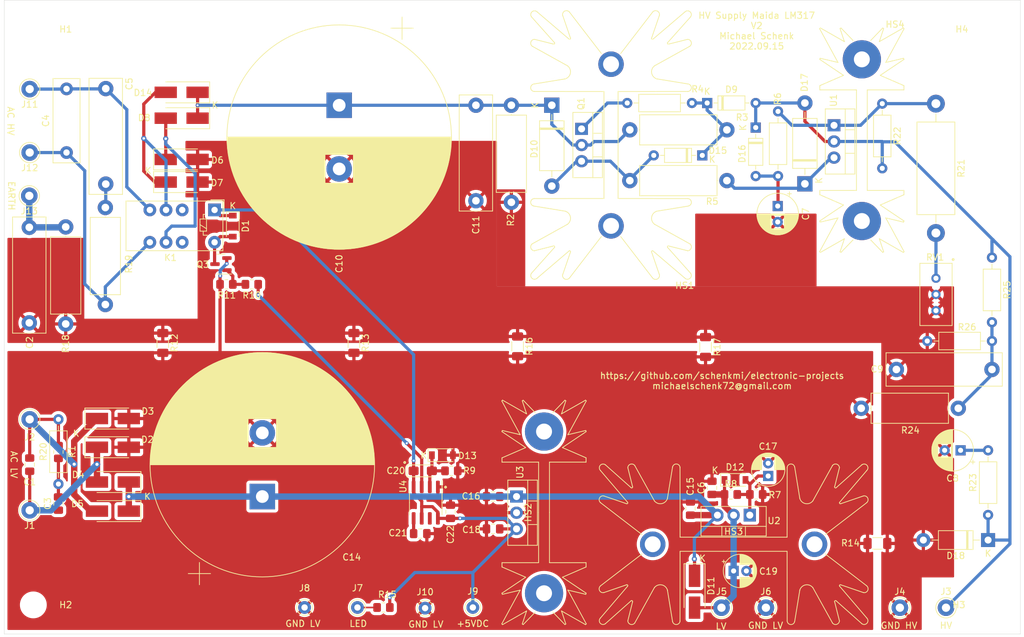
<source format=kicad_pcb>
(kicad_pcb (version 20211014) (generator pcbnew)
  (layers (0 "F.Cu" signal) (31 "B.Cu" signal) (34 "B.Paste" user) (35 "F.Paste" user) (36 "B.SilkS" user "B.Silkscreen") (37 "F.SilkS" user "F.Silkscreen") (38 "B.Mask" user) (39 "F.Mask" user) (44 "Edge.Cuts" user))
  (net 0 "")
  (net 1 "Net-(C1-Pad2)")
  (net 2 "GND_HV")
  (net 3 "Net-(C2-Pad1)")
  (net 4 "Net-(C3-Pad2)")
  (net 5 "Net-(C7-Pad1)")
  (net 6 "Net-(C10-Pad1)")
  (net 7 "GND_LV")
  (net 8 "Net-(C4-Pad1)")
  (net 9 "Net-(C14-Pad1)")
  (net 10 "Net-(C17-Pad1)")
  (net 11 "Net-(C19-Pad1)")
  (net 12 "Net-(C20-Pad2)")
  (net 13 "Net-(D14-Pad2)")
  (net 14 "Net-(Q3-Pad1)")
  (net 15 "Net-(R10-Pad2)")
  (net 16 "Net-(J7-Pad1)")
  (net 17 "Net-(C21-Pad1)")
  (net 19 "Net-(C1-Pad1)")
  (net 20 "Net-(C4-Pad2)")
  (net 21 "Net-(C5-Pad1)")
  (net 22 "+5VDC")
  (net 23 "RELCTRL")
  (net 24 "Net-(D6-Pad1)")
  (net 26 "Net-(C8-Pad1)")
  (net 27 "Net-(C9-Pad2)")
  (net 28 "Net-(D16-Pad1)")
  (net 29 "Net-(D15-Pad1)")
  (net 30 "Net-(D10-Pad2)")
  (net 31 "Net-(D17-Pad1)")
  (net 33 "Net-(Q1-Pad1)")
  (net 34 "Net-(R21-Pad1)")
  (net 35 "Net-(R21-Pad2)")
  (footprint "Capacitor_THT:CP_Radial_D35.0mm_P10.00mm_SnapIn" (layer "F.Cu") (at 102.87 69.342 -90)
    (fp_text reference "C10")
    (fp_text value "680uF/450VDC")
  )
  (footprint "Capacitor_THT:C_Rect_L18.0mm_W5.0mm_P15.00mm_FKS3_FKP3" (layer "F.Cu") (at 124.333 69.342 -90)
    (fp_text reference "C11")
    (fp_text value "100nF/630V")
  )
  (footprint "MountingHole:MountingHole_3.2mm_M3" (layer "F.Cu") (at 54.864 57.404)
    (fp_text reference "H1")
    (fp_text value "MountingHole")
  )
  (footprint "MountingHole:MountingHole_3.2mm_M3" (layer "F.Cu") (at 54.864 147.828)
    (fp_text reference "H2")
    (fp_text value "MountingHole")
  )
  (footprint "MountingHole:MountingHole_3.2mm_M3" (layer "F.Cu") (at 205.232 147.828)
    (fp_text reference "H3")
    (fp_text value "MountingHole")
  )
  (footprint "Connector_Pin:Pin_D1.3mm_L11.0mm" (layer "F.Cu") (at 198.12 148.2725)
    (fp_text reference "J3")
    (fp_text value "HV")
  )
  (footprint "Capacitor_THT:CP_Radial_D5.0mm_P2.00mm" (layer "F.Cu") (at 164.7825 142.494)
    (fp_text reference "C19")
    (fp_text value "1uF/25V")
  )
  (footprint "Capacitor_Tantalum_SMD:CP_EIA-3216-12_Kemet-S_Pad1.58x1.35mm_HandSolder" (layer "F.Cu") (at 115.9867 126.7714)
    (fp_text reference "C20")
    (fp_text value "15uF/10V")
  )
  (footprint "Diode_SMD:D_SOD-123" (layer "F.Cu") (at 119.0752 124.3076)
    (fp_text reference "D13")
    (fp_text value "1N4148W")
  )
  (footprint "Heatsink:Heatsink_Fischer_SK129-STS_42x25mm_2xDrill2.5mm" (layer "F.Cu") (at 164.7825 138.303)
    (fp_text reference "HS3")
    (fp_text value "Heatsink")
  )
  (footprint "Connector_Pin:Pin_D1.3mm_L11.0mm" (layer "F.Cu") (at 162.8775 148.2725)
    (fp_text reference "J5")
    (fp_text value "LV")
  )
  (footprint "Connector_Pin:Pin_D1.3mm_L11.0mm" (layer "F.Cu") (at 169.8498 148.2725)
    (fp_text reference "J6")
    (fp_text value "GND_LV")
  )
  (footprint "Package_TO_SOT_SMD:SOT-23" (layer "F.Cu") (at 84.312 94.2975 180)
    (fp_text reference "Q3")
    (fp_text value "MMBT3904")
  )
  (footprint "Resistor_SMD:R_0805_2012Metric_Pad1.20x1.40mm_HandSolder" (layer "F.Cu") (at 120.4816 126.7714)
    (fp_text reference "R9")
    (fp_text value "1Meg")
  )
  (footprint "Resistor_SMD:R_0805_2012Metric_Pad1.20x1.40mm_HandSolder" (layer "F.Cu") (at 89.154 97.4725)
    (fp_text reference "R10")
    (fp_text value "2.49k")
  )
  (footprint "Resistor_SMD:R_0805_2012Metric_Pad1.20x1.40mm_HandSolder" (layer "F.Cu") (at 85.1695 97.4725 180)
    (fp_text reference "R11")
    (fp_text value "2.49k")
  )
  (footprint "Resistor_SMD:R_1206_3216Metric_Pad1.30x1.75mm_HandSolder" (layer "F.Cu") (at 75.184 106.68 -90)
    (fp_text reference "R12")
    (fp_text value "0R")
  )
  (footprint "Resistor_SMD:R_1206_3216Metric_Pad1.30x1.75mm_HandSolder" (layer "F.Cu") (at 105.1814 106.6794 -90)
    (fp_text reference "R13")
    (fp_text value "0R")
  )
  (footprint "Resistor_SMD:R_1206_3216Metric_Pad1.30x1.75mm_HandSolder" (layer "F.Cu") (at 187.351 138.176 180)
    (fp_text reference "R14")
    (fp_text value "0R")
  )
  (footprint "Package_TO_SOT_THT:TO-220-3_Vertical" (layer "F.Cu") (at 130.7084 130.81 -90)
    (fp_text reference "U3")
    (fp_text value "LM7805_TO220")
  )
  (footprint "Package_SO:SOIC-8_3.9x4.9mm_P1.27mm" (layer "F.Cu") (at 116.459 131.764 -90)
    (fp_text reference "U4")
    (fp_text value "TLC555xD")
  )
  (footprint "Resistor_SMD:R_1206_3216Metric_Pad1.30x1.75mm_HandSolder" (layer "F.Cu") (at 130.8735 107.214 -90)
    (fp_text reference "R16")
    (fp_text value "0R")
  )
  (footprint "Resistor_SMD:R_1206_3216Metric_Pad1.30x1.75mm_HandSolder" (layer "F.Cu") (at 160.3756 107.3156 -90)
    (fp_text reference "R17")
    (fp_text value "0R")
  )
  (footprint "Connector_Pin:Pin_D1.3mm_L11.0mm" (layer "F.Cu") (at 190.881 148.2725)
    (fp_text reference "J4")
    (fp_text value "GND_HV")
  )
  (footprint "Connector_Pin:Pin_D1.0mm_L10.0mm" (layer "F.Cu") (at 105.7402 148.2344)
    (fp_text reference "J7")
    (fp_text value "LED")
  )
  (footprint "Connector_Pin:Pin_D1.0mm_L10.0mm" (layer "F.Cu") (at 97.4344 148.2344)
    (fp_text reference "J8")
    (fp_text value "GND_LV")
  )
  (footprint "Connector_Pin:Pin_D1.0mm_L10.0mm" (layer "F.Cu") (at 123.8504 148.2344)
    (fp_text reference "J9")
    (fp_text value "+5V")
  )
  (footprint "Connector_Pin:Pin_D1.0mm_L10.0mm" (layer "F.Cu") (at 116.3574 148.336)
    (fp_text reference "J10")
    (fp_text value "GND_LV")
  )
  (footprint "Resistor_SMD:R_0805_2012Metric_Pad1.20x1.40mm_HandSolder" (layer "F.Cu") (at 109.8202 148.2344)
    (fp_text reference "R15")
    (fp_text value "330R")
  )
  (footprint "Capacitor_SMD:C_0805_2012Metric_Pad1.18x1.45mm_HandSolder" (layer "F.Cu") (at 127.0293 130.81 180)
    (fp_text reference "C16")
    (fp_text value "330nF/50V")
  )
  (footprint "Capacitor_SMD:C_0805_2012Metric_Pad1.18x1.45mm_HandSolder" (layer "F.Cu") (at 127.0293 135.89 180)
    (fp_text reference "C18")
    (fp_text value "100nF/50V")
  )
  (footprint "Capacitor_SMD:C_0805_2012Metric_Pad1.18x1.45mm_HandSolder" (layer "F.Cu") (at 115.5915 136.6266)
    (fp_text reference "C21")
    (fp_text value "100nF/50V")
  )
  (footprint "Capacitor_SMD:C_0805_2012Metric_Pad1.18x1.45mm_HandSolder" (layer "F.Cu") (at 120.3452 133.2015 90)
    (fp_text reference "C22")
    (fp_text value "100nF/50V")
  )
  (footprint "MountingHole:MountingHole_3.2mm_M3" (layer "F.Cu") (at 205.232 57.404)
    (fp_text reference "H4")
    (fp_text value "MountingHole")
  )
  (footprint "Capacitor_THT:CP_Radial_D5.0mm_P2.00mm" (layer "F.Cu") (at 170.2054 127.5842 90)
    (fp_text reference "C17")
    (fp_text value "10uF/25V")
  )
  (footprint "Diode_SMD:D_SOD-123" (layer "F.Cu") (at 164.9974 128.1938)
    (fp_text reference "D12")
    (fp_text value "1N4148W")
  )
  (footprint "Diode_SMD:D_SMA_Handsoldering" (layer "F.Cu") (at 158.6484 145.7598 -90)
    (fp_text reference "D11")
    (fp_text value "1N4007")
  )
  (footprint "Package_TO_SOT_THT:TO-220-3_Vertical" (layer "F.Cu") (at 167.3225 133.731 180)
    (fp_text reference "U2")
    (fp_text value "LM317_TO-220")
  )
  (footprint "Resistor_SMD:R_0805_2012Metric_Pad1.20x1.40mm_HandSolder" (layer "F.Cu") (at 164.354 130.4798)
    (fp_text reference "R8")
    (fp_text value "240R")
  )
  (footprint "Resistor_SMD:R_0805_2012Metric_Pad1.20x1.40mm_HandSolder" (layer "F.Cu") (at 168.3352 130.4798)
    (fp_text reference "R7")
    (fp_text value "976R")
  )
  (footprint "Capacitor_SMD:C_0805_2012Metric_Pad1.18x1.45mm_HandSolder" (layer "F.Cu") (at 158.0134 132.6935 90)
    (fp_text reference "C15")
    (fp_text value "100nF/50V")
  )
  (footprint "Package_TO_SOT_THT:TO-220-3_Vertical" (layer "F.Cu") (at 140.9192 73.0504 -90)
    (fp_text reference "Q1")
    (fp_text value "FQPF2N70")
  )
  (footprint "Capacitor_THT:CP_Radial_D35.0mm_P10.00mm_SnapIn" (layer "F.Cu") (at 90.805 130.81 90)
    (fp_text reference "C14")
    (fp_text value "22000uF/25VDC")
  )
  (footprint "Capacitor_SMD:C_0805_2012Metric_Pad1.18x1.45mm_HandSolder" (layer "F.Cu") (at 54.2925 125.7935 90)
    (fp_text reference "C1")
    (fp_text value "Cx/10nF/50V")
  )
  (footprint "Capacitor_THT:C_Rect_L18.0mm_W5.0mm_P15.00mm_FKS3_FKP3" (layer "F.Cu") (at 54.229 88.519 -90)
    (fp_text reference "C2")
    (fp_text value "2.2nF 2kV")
  )
  (footprint "Capacitor_SMD:C_0805_2012Metric_Pad1.18x1.45mm_HandSolder" (layer "F.Cu") (at 58.801 131.911 90)
    (fp_text reference "C3")
    (fp_text value "Cs/50V")
  )
  (footprint "Capacitor_THT:C_Rect_L13.0mm_W4.0mm_P10.00mm_FKS3_FKP3_MKS4" (layer "F.Cu") (at 60.071 76.7715 90)
    (fp_text reference "C4")
    (fp_text value "Cx/10nF/630V")
  )
  (footprint "Capacitor_THT:C_Rect_L18.0mm_W5.0mm_P15.00mm_FKS3_FKP3" (layer "F.Cu") (at 66.2305 81.7245 90)
    (fp_text reference "C5")
    (fp_text value "Cs/630V")
  )
  (footprint "Capacitor_SMD:C_0805_2012Metric_Pad1.18x1.45mm_HandSolder" (layer "F.Cu") (at 161.3916 129.4423 90)
    (fp_text reference "C6")
    (fp_text value "100nF/50V")
  )
  (footprint "Diode_SMD:D_SOD-123" (layer "F.Cu") (at 86.1695 88.3275 -90)
    (fp_text reference "D1")
    (fp_text value "1N4148W")
  )
  (footprint "Diode_SMD:D_SMA_Handsoldering" (layer "F.Cu") (at 67.35 123.063)
    (fp_text reference "D2")
    (fp_text value "BYG22B-E3")
  )
  (footprint "Diode_SMD:D_SMA_Handsoldering" (layer "F.Cu") (at 67.35 118.5545)
    (fp_text reference "D3")
    (fp_text value "BYG22B-E3")
  )
  (footprint "Diode_SMD:D_SMA_Handsoldering" (layer "F.Cu") (at 67.35 128.524 180)
    (fp_text reference "D4")
    (fp_text value "BYG22B-E3")
  )
  (footprint "Diode_SMD:D_SMA_Handsoldering" (layer "F.Cu") (at 67.35 133.096 180)
    (fp_text reference "D5")
    (fp_text value "BYG22B-E3")
  )
  (footprint "Diode_SMD:D_SMA_Handsoldering" (layer "F.Cu") (at 78.145 77.851)
    (fp_text reference "D6")
    (fp_text value "BYG20J")
  )
  (footprint "Diode_SMD:D_SMA_Handsoldering" (layer "F.Cu") (at 78.145 81.407)
    (fp_text reference "D7")
    (fp_text value "BYG20J")
  )
  (footprint "Diode_SMD:D_SMA_Handsoldering" (layer "F.Cu") (at 78.145 71.374 180)
    (fp_text reference "D8")
    (fp_text value "BYG20J")
  )
  (footprint "Diode_SMD:D_SMA_Handsoldering" (layer "F.Cu") (at 78.145 67.31 180)
    (fp_text reference "D14")
    (fp_text value "BYG20J")
  )
  (footprint "Heatsink:Heatsink_Fischer_SK129-STS_42x25mm_2xDrill2.5mm" (layer "F.Cu") (at 145.542 75.5904 -90)
    (fp_text reference "HS1")
    (fp_text value "Heatsink")
  )
  (footprint "Connector_Pin:Pin_D1.3mm_L11.0mm" (layer "F.Cu") (at 54.2925 132.969)
    (fp_text reference "J1")
    (fp_text value "AC-LV")
  )
  (footprint "Connector_Pin:Pin_D1.3mm_L11.0mm" (layer "F.Cu") (at 54.2925 118.6815)
    (fp_text reference "J2")
    (fp_text value "AC-LV")
  )
  (footprint "Connector_Pin:Pin_D1.3mm_L11.0mm" (layer "F.Cu") (at 54.2925 66.802)
    (fp_text reference "J11")
    (fp_text value "AC-HV")
  )
  (footprint "Connector_Pin:Pin_D1.3mm_L11.0mm" (layer "F.Cu") (at 54.2925 76.7715)
    (fp_text reference "J12")
    (fp_text value "AC-HV")
  )
  (footprint "Connector_Pin:Pin_D1.3mm_L11.0mm" (layer "F.Cu") (at 54.229 83.566)
    (fp_text reference "J13")
    (fp_text value "EARTH")
  )
  (footprint "Relay_THT:Relay_DPDT_Omron_G6S-2" (layer "F.Cu") (at 83.312 85.7885 -90)
    (fp_text reference "K1")
    (fp_text value "G6S-2 DC5")
  )
  (footprint "Resistor_SMD:R_0805_2012Metric_Pad1.20x1.40mm_HandSolder" (layer "F.Cu") (at 58.801 123.809 90)
    (fp_text reference "R1")
    (fp_text value "Rs/1/8W")
  )
  (footprint "Resistor_THT:R_Axial_DIN0414_L11.9mm_D4.5mm_P15.24mm_Horizontal" (layer "F.Cu") (at 59.944 88.4555 -90)
    (fp_text reference "R18")
    (fp_text value "100R/2W")
  )
  (footprint "Resistor_THT:R_Axial_DIN0414_L11.9mm_D4.5mm_P15.24mm_Horizontal" (layer "F.Cu") (at 66.167 85.4075 -90)
    (fp_text reference "R19")
    (fp_text value "Rs/2W")
  )
  (footprint "Resistor_THT:R_Axial_DIN0207_L6.3mm_D2.5mm_P10.16mm_Horizontal" (layer "F.Cu") (at 58.801 128.8415 90)
    (fp_text reference "R20")
    (fp_text value "Rs/0.6W")
  )
  (footprint "Resistor_THT:R_Axial_DIN0614_L14.3mm_D5.7mm_P20.32mm_Horizontal" (layer "F.Cu") (at 196.533668 69.088 -90)
    (fp_text reference "R21")
    (fp_text value "18k/3W")
  )
  (footprint "Resistor_THT:R_Axial_DIN0207_L6.3mm_D2.5mm_P10.16mm_Horizontal" (layer "F.Cu") (at 188.1124 69.088 -90)
    (fp_text reference "R22")
    (fp_text value "121R/0.6W")
  )
  (footprint "Package_TO_SOT_THT:TO-220-3_Vertical" (layer "F.Cu") (at 180.5432 72.4916 -90)
    (fp_text reference "U1")
    (fp_text value "LM317_TO-220")
  )
  (footprint "Heatsink:Heatsink_Fischer_SK104-STC-STIC_35x13mm_2xDrill2.5mm" (layer "F.Cu") (at 135.0264 133.2992 90)
    (fp_text reference "HS2")
    (fp_text value "Heatsink")
  )
  (footprint "Diode_THT:D_DO-41_SOD81_P10.16mm_Horizontal" (layer "F.Cu") (at 204.724 137.6426 180)
    (fp_text reference "D18")
    (fp_text value "1N4007")
  )
  (footprint "Resistor_THT:R_Axial_DIN0414_L11.9mm_D4.5mm_P15.24mm_Horizontal" (layer "F.Cu") (at 129.8956 69.342 -90)
    (fp_text reference "R2")
    (fp_text value "200k/2W")
  )
  (footprint "Capacitor_THT:C_Rect_L18.0mm_W5.0mm_P15.00mm_FKS3_FKP3" (layer "F.Cu") (at 190.3336 110.8456)
    (fp_text reference "C9")
    (fp_text value "100nF/630V")
  )
  (footprint "Diode_THT:D_DO-35_SOD27_P7.62mm_Horizontal" (layer "F.Cu") (at 168.2496 72.8472 -90)
    (fp_text reference "D16")
    (fp_text value "1N4148")
  )
  (footprint "Resistor_THT:R_Axial_DIN0414_L11.9mm_D4.5mm_P15.24mm_Horizontal" (layer "F.Cu") (at 148.4884 73.2028)
    (fp_text reference "R3")
    (fp_text value "100k/2W")
  )
  (footprint "Resistor_THT:R_Axial_DIN0414_L11.9mm_D4.5mm_P15.24mm_Horizontal" (layer "F.Cu") (at 148.4884 81.1784)
    (fp_text reference "R5")
    (fp_text value "100R/2W")
  )
  (footprint "Potentiometer_THT:Potentiometer_Bourns_3296W_Vertical" (layer "F.Cu") (at 196.5452 96.52 90)
    (fp_text reference "RV1")
    (fp_text value "2k")
  )
  (footprint "Resistor_THT:R_Axial_DIN0207_L6.3mm_D2.5mm_P10.16mm_Horizontal" (layer "F.Cu") (at 148.082 68.9864)
    (fp_text reference "R4")
    (fp_text value "1k/0.6W")
  )
  (footprint "Capacitor_THT:CP_Radial_D6.3mm_P2.50mm" (layer "F.Cu") (at 200.406 123.5456 180)
    (fp_text reference "C8")
    (fp_text value "1uF/400V")
  )
  (footprint "Diode_THT:D_DO-35_SOD27_P7.62mm_Horizontal" (layer "F.Cu") (at 159.8676 77.216 180)
    (fp_text reference "D15")
    (fp_text value "1N5245B/15V/0.5W")
  )
  (footprint "Diode_THT:D_DO-15_P12.70mm_Horizontal" (layer "F.Cu") (at 175.9712 81.6864 90)
    (fp_text reference "D17")
    (fp_text value "P6KE39A")
  )
  (footprint "Diode_THT:D_DO-35_SOD27_P7.62mm_Horizontal" (layer "F.Cu") (at 160.6296 68.9864)
    (fp_text reference "D9")
    (fp_text value "1N5245B/15V/0.5W")
  )
  (footprint "Resistor_THT:R_Axial_DIN0207_L6.3mm_D2.5mm_P10.16mm_Horizontal" (layer "F.Cu") (at 204.724 133.7056 90)
    (fp_text reference "R23")
    (fp_text value "2.7R/1W")
  )
  (footprint "Resistor_THT:R_Axial_DIN0207_L6.3mm_D2.5mm_P10.16mm_Horizontal" (layer "F.Cu") (at 205.3336 106.3752 180)
    (fp_text reference "R26")
    (fp_text value "100k/0.6W")
  )
  (footprint "Diode_THT:D_DO-15_P12.70mm_Horizontal" (layer "F.Cu") (at 136.2456 69.342 -90)
    (fp_text reference "D10")
    (fp_text value "P6KE530A")
  )
  (footprint "Resistor_THT:R_Axial_DIN0207_L6.3mm_D2.5mm_P10.16mm_Horizontal" (layer "F.Cu") (at 171.7548 80.4672 90)
    (fp_text reference "R6")
    (fp_text value "121R/0.6W")
  )
  (footprint "Capacitor_THT:CP_Radial_D6.3mm_P2.50mm" (layer "F.Cu") (at 171.704 85.177621 -90)
    (fp_text reference "C7")
    (fp_text value "1uF/400V")
  )
  (footprint "Resistor_THT:R_Axial_DIN0414_L11.9mm_D4.5mm_P15.24mm_Horizontal" (layer "F.Cu") (at 184.8104 116.9416)
    (fp_text reference "R24")
    (fp_text value "100R/2W")
  )
  (footprint "Heatsink:Heatsink_Fischer_SK104-STC-STIC_35x13mm_2xDrill2.5mm" (layer "F.Cu") (at 184.912 74.8284 -90)
    (fp_text reference "HS4")
    (fp_text value "Heatsink")
  )
  (footprint "Resistor_THT:R_Axial_DIN0207_L6.3mm_D2.5mm_P10.16mm_Horizontal" (layer "F.Cu") (at 205.3336 93.2688 -90)
    (fp_text reference "R25")
    (fp_text value "300k/0.6W")
  )
  (gr_line (start 50.292 52.832) (end 50.292 152.4) (layer "Edge.Cuts") (width 0.05))
  (gr_line (start 209.804 52.832) (end 50.292 52.832) (layer "Edge.Cuts") (width 0.05))
  (gr_line (start 50.292 152.4) (end 209.804 152.4) (layer "Edge.Cuts") (width 0.05))
  (gr_line (start 209.804 152.4) (end 209.804 52.832) (layer "Edge.Cuts") (width 0.05))
  (gr_text "HV" (at 198.12 151.0665) (layer "F.SilkS") (effects (font (size 1 1))))
  (gr_text "LV" (at 162.814 151.1935) (layer "F.SilkS") (effects (font (size 1 1))))
  (gr_text "GND LV" (at 116.4844 150.876) (layer "F.SilkS") (effects (font (size 1 1))))
  (gr_text "GND LV" (at 97.1804 150.7744) (layer "F.SilkS") (effects (font (size 1 1))))
  (gr_text "+5VDC" (at 123.8504 150.7744) (layer "F.SilkS") (effects (font (size 1 1))))
  (gr_text "LED" (at 105.8672 150.7744) (layer "F.SilkS") (effects (font (size 1 1))))
  (gr_text "AC LV" (at 51.816 125.7935 270) (layer "F.SilkS") (effects (font (size 1 1))))
  (gr_text "AC HV" (at 51.308 71.8185 270) (layer "F.SilkS") (effects (font (size 1 1))))
  (gr_text "EARTH" (at 51.435 83.566 -90) (layer "F.SilkS") (effects (font (size 1 1))))
  (gr_text "GND HV" (at 190.754 151.0665) (layer "F.SilkS") (effects (font (size 1 1))))
  (gr_text "K" (at 72.898 79.629) (layer "F.SilkS") (effects (font (size 1 1))))
  (gr_text "K" (at 61.595 120.904) (layer "F.SilkS") (effects (font (size 1 1))))
  (gr_text "K" (at 72.771 130.81) (layer "F.SilkS") (effects (font (size 1 1))))
  (gr_text "K" (at 116.1415 124.333) (layer "F.SilkS") (effects (font (size 1 1))))
  (gr_text "K" (at 159.893 140.5255) (layer "F.SilkS") (effects (font (size 1 1))))
  (gr_text "K" (at 161.8615 126.6825) (layer "F.SilkS") (effects (font (size 1 1))))
  (gr_text "GND LV" (at 169.799 151.0665) (layer "F.SilkS") (effects (font (size 1 1))))
  (gr_text "K" (at 86.1695 85.1535) (layer "F.SilkS") (effects (font (size 1 1))))
  (gr_text "°" (at 113.157 125.857) (layer "F.SilkS") (effects (font (size 1 1))))
  (gr_text "°" (at 199.2376 93.98) (layer "F.SilkS") (effects (font (size 1 1))))
  (gr_text "K" (at 83.3755 69.342) (layer "F.SilkS") (effects (font (size 1 1))))
  (gr_text "°" (at 119.5705 129.7305) (layer "F.SilkS") (effects (font (size 1 1))))
  (gr_text "HV Supply Maida LM317\nV2\nMichael Schenk\n2022.09.15\n" (at 168.402 57.658) (layer "F.SilkS") (effects (font (size 1 1))))
  (gr_text "https://github.com/schenkmi/electronic-projects\nmichaelschenk72@gmail.com" (at 162.9664 112.6236) (layer "F.SilkS") (effects (font (size 1 1))))
  (segment (start 61.2775 125.73) (end 61.2775 122.127) (width 1) (layer "F.Cu") (net 1))
  (segment (start 58.801 118.6815) (end 54.2925 118.6815) (width 0.5) (layer "F.Cu") (net 1))
  (segment (start 61.2775 130.4925) (end 61.2775 125.73) (width 1) (layer "F.Cu") (net 1))
  (segment (start 64.85 133.096) (end 63.881 133.096) (width 1) (layer "F.Cu") (net 1))
  (segment (start 63.881 133.096) (end 61.2775 130.4925) (width 1) (layer "F.Cu") (net 1))
  (segment (start 61.2775 122.127) (end 64.85 118.5545) (width 1) (layer "F.Cu") (net 1))
  (segment (start 54.2925 124.756) (end 54.2925 118.6815) (width 0.5) (layer "F.Cu") (net 1))
  (segment (start 58.801 122.809) (end 58.801 118.6815) (width 0.5) (layer "F.Cu") (net 1))
  (via (at 61.2775 125.73) (size 1) (drill 0.5) (layers "F.Cu" "B.Cu") (net 1))
  (segment (start 54.2925 118.6815) (end 54.2925 118.745) (width 1) (layer "B.Cu") (net 1))
  (segment (start 54.2925 118.745) (end 61.2775 125.73) (width 1) (layer "B.Cu") (net 1))
  (segment (start 59.8805 88.519) (end 59.944 88.4555) (width 1) (layer "B.Cu") (net 3))
  (segment (start 54.229 88.519) (end 59.8805 88.519) (width 1) (layer "B.Cu") (net 3))
  (segment (start 54.229 83.566) (end 54.229 88.519) (width 1) (layer "B.Cu") (net 3))
  (segment (start 58.801 128.8415) (end 58.801 124.809) (width 0.5) (layer "F.Cu") (net 4))
  (segment (start 58.801 130.8735) (end 58.801 128.8415) (width 0.5) (layer "F.Cu") (net 4))
  (segment (start 171.7548 85.126821) (end 171.704 85.177621) (width 0.5) (layer "F.Cu") (net 5))
  (segment (start 171.7548 80.4672) (end 171.7548 85.126821) (width 0.5) (layer "F.Cu") (net 5))
  (segment (start 168.2496 80.4672) (end 171.7548 80.4672) (width 0.5) (layer "B.Cu") (net 5))
  (segment (start 80.645 67.31) (end 80.645 71.374) (width 0.5) (layer "F.Cu") (net 6))
  (via (at 80.645 69.342) (size 0.6) (drill 0.3) (layers "F.Cu" "B.Cu") (net 6))
  (segment (start 142.875618 75.038982) (end 146.652218 75.038982) (width 0.5) (layer "B.Cu") (net 6))
  (segment (start 102.87 69.342) (end 80.645 69.342) (width 0.5) (layer "B.Cu") (net 6))
  (segment (start 142.3242 75.5904) (end 142.875618 75.038982) (width 0.5) (layer "B.Cu") (net 6))
  (segment (start 136.2456 72.3218) (end 136.2456 69.342) (width 0.5) (layer "B.Cu") (net 6))
  (segment (start 102.87 69.342) (end 124.333 69.342) (width 0.5) (layer "B.Cu") (net 6))
  (segment (start 140.9192 75.5904) (end 142.3242 75.5904) (width 0.5) (layer "B.Cu") (net 6))
  (segment (start 146.652218 75.038982) (end 148.4884 73.2028) (width 0.5) (layer "B.Cu") (net 6))
  (segment (start 139.5142 75.5904) (end 136.2456 72.3218) (width 0.5) (layer "B.Cu") (net 6))
  (segment (start 124.333 69.342) (end 129.8956 69.342) (width 0.5) (layer "B.Cu") (net 6))
  (segment (start 140.9192 75.5904) (end 139.5142 75.5904) (width 0.5) (layer "B.Cu") (net 6))
  (segment (start 129.8956 69.342) (end 136.2456 69.342) (width 0.5) (layer "B.Cu") (net 6))
  (segment (start 84.1695 96.1705) (end 84.201 96.139) (width 0.5) (layer "F.Cu") (net 7))
  (segment (start 84.1695 97.4725) (end 84.1695 110.395) (width 0.5) (layer "F.Cu") (net 7))
  (segment (start 85.217 94.234) (end 85.217 93.38) (width 0.5) (layer "F.Cu") (net 7))
  (segment (start 84.1695 110.522) (end 84.1695 110.395) (width 0.25) (layer "F.Cu") (net 7))
  (segment (start 84.1695 97.4725) (end 84.1695 96.1705) (width 0.5) (layer "F.Cu") (net 7))
  (segment (start 85.217 93.38) (end 85.2495 93.3475) (width 0.5) (layer "F.Cu") (net 7))
  (segment (start 84.411999 97.230001) (end 84.1695 97.4725) (width 0.5) (layer "F.Cu") (net 7))
  (via (at 84.201 96.139) (size 0.6) (drill 0.3) (layers "F.Cu" "B.Cu") (net 7))
  (via (at 85.217 94.234) (size 0.6) (drill 0.3) (layers "F.Cu" "B.Cu") (net 7))
  (segment (start 84.201 96.139) (end 84.201 95.25) (width 0.5) (layer "B.Cu") (net 7))
  (segment (start 84.201 95.25) (end 85.217 94.234) (width 0.5) (layer "B.Cu") (net 7))
  (segment (start 62.9285 79.629) (end 62.9285 97.409) (width 0.5) (layer "B.Cu") (net 8))
  (segment (start 62.9285 97.409) (end 66.167 100.6475) (width 0.5) (layer "B.Cu") (net 8))
  (segment (start 66.167 97.8535) (end 73.152 90.8685) (width 0.5) (layer "B.Cu") (net 8))
  (segment (start 54.2925 76.7715) (end 60.071 76.7715) (width 0.5) (layer "B.Cu") (net 8))
  (segment (start 60.071 76.7715) (end 62.9285 79.629) (width 0.5) (layer "B.Cu") (net 8))
  (segment (start 66.167 100.6475) (end 66.167 97.8535) (width 0.5) (layer "B.Cu") (net 8))
  (segment (start 158.6484 143.2598) (end 158.6484 140.6398) (width 0.5) (layer "F.Cu") (net 9))
  (segment (start 69.85 133.096) (end 69.85 130.81) (width 1) (layer "F.Cu") (net 9))
  (segment (start 162.2425 133.731) (end 158.0134 133.731) (width 1) (layer "F.Cu") (net 9))
  (segment (start 158.6484 140.6398) (end 158.623 140.6144) (width 0.5) (layer "F.Cu") (net 9))
  (segment (start 130.7084 130.81) (end 128.0668 130.81) (width 0.5) (layer "F.Cu") (net 9))
  (segment (start 69.85 130.81) (end 69.85 128.524) (width 1) (layer "F.Cu") (net 9))
  (via (at 69.85 130.81) (size 1) (drill 0.5) (layers "F.Cu" "B.Cu") (net 9))
  (via (at 158.623 140.6144) (size 0.8) (drill 0.4) (layers "F.Cu" "B.Cu") (net 9))
  (segment (start 130.7084 130.81) (end 90.805 130.81) (width 1) (layer "B.Cu") (net 9))
  (segment (start 130.7084 130.81) (end 159.3215 130.81) (width 1) (layer "B.Cu") (net 9))
  (segment (start 158.623 140.6144) (end 158.623 137.3505) (width 0.5) (layer "B.Cu") (net 9))
  (segment (start 158.623 137.3505) (end 162.2425 133.731) (width 0.5) (layer "B.Cu") (net 9))
  (segment (start 90.805 130.81) (end 69.85 130.81) (width 1) (layer "B.Cu") (net 9))
  (segment (start 159.3215 130.81) (end 162.2425 133.731) (width 1) (layer "B.Cu") (net 9))
  (segment (start 167.3352 130.4798) (end 165.354 130.4798) (width 0.5) (layer "F.Cu") (net 10))
  (segment (start 167.3352 130.4798) (end 167.3352 128.8816) (width 0.5) (layer "F.Cu") (net 10))
  (segment (start 170.2054 127.5842) (end 168.6326 127.5842) (width 0.5) (layer "F.Cu") (net 10))
  (segment (start 167.3225 130.4925) (end 167.3352 130.4798) (width 0.5) (layer "F.Cu") (net 10))
  (segment (start 167.3352 128.8816) (end 166.6474 128.1938) (width 0.5) (layer "F.Cu") (net 10))
  (segment (start 168.6326 127.5842) (end 167.3352 128.8816) (width 0.5) (layer "F.Cu") (net 10))
  (segment (start 167.3225 133.731) (end 167.3225 130.4925) (width 0.5) (layer "F.Cu") (net 10))
  (segment (start 163.354 128.2004) (end 163.3474 128.1938) (width 0.25) (layer "F.Cu") (net 11))
  (segment (start 162.8775 148.2725) (end 158.6611 148.2725) (width 0.5) (layer "F.Cu") (net 11))
  (segment (start 163.354 130.4798) (end 163.354 132.3025) (width 1) (layer "F.Cu") (net 11))
  (segment (start 163.354 130.4798) (end 163.354 128.2004) (width 0.5) (layer "F.Cu") (net 11))
  (segment (start 163.354 130.4798) (end 161.3916 130.4798) (width 1) (layer "F.Cu") (net 11))
  (segment (start 158.6611 148.2725) (end 158.6484 148.2598) (width 0.5) (layer "F.Cu") (net 11))
  (segment (start 163.354 132.3025) (end 164.7825 133.731) (width 1) (layer "F.Cu") (net 11))
  (segment (start 164.7825 146.3675) (end 162.8775 148.2725) (width 1) (layer "B.Cu") (net 11))
  (segment (start 164.7825 142.494) (end 164.7825 146.3675) (width 1) (layer "B.Cu") (net 11))
  (segment (start 164.7825 133.731) (end 164.7825 142.494) (width 1) (layer "B.Cu") (net 11))
  (segment (start 117.094 127.1016) (end 117.4242 126.7714) (width 0.5) (layer "F.Cu") (net 12))
  (segment (start 117.094 129.289) (end 117.094 127.1016) (width 0.5) (layer "F.Cu") (net 12))
  (segment (start 117.4242 124.3086) (end 117.4252 124.3076) (width 0.5) (layer "F.Cu") (net 12))
  (segment (start 119.4816 126.7714) (end 117.4242 126.7714) (width 0.5) (layer "F.Cu") (net 12))
  (segment (start 117.4242 126.7714) (end 117.4242 124.3086) (width 0.5) (layer "F.Cu") (net 12))
  (segment (start 74.041 67.31) (end 75.645 67.31) (width 0.5) (layer "F.Cu") (net 13))
  (segment (start 73.914 81.407) (end 72.1995 79.6925) (width 0.5) (layer "F.Cu") (net 13))
  (segment (start 72.1995 74.549) (end 72.1995 69.1515) (width 0.5) (layer "F.Cu") (net 13))
  (segment (start 75.645 81.407) (end 73.914 81.407) (width 0.5) (layer "F.Cu") (net 13))
  (segment (start 72.1995 79.6925) (end 72.1995 74.549) (width 0.5) (layer "F.Cu") (net 13))
  (segment (start 72.1995 69.1515) (end 74.041 67.31) (width 0.5) (layer "F.Cu") (net 13))
  (via (at 72.1995 74.549) (size 0.8) (drill 0.4) (layers "F.Cu" "B.Cu") (net 13))
  (segment (start 75.692 78.0415) (end 72.1995 74.549) (width 0.5) (layer "B.Cu") (net 13))
  (segment (start 75.692 85.7885) (end 75.692 78.0415) (width 0.5) (layer "B.Cu") (net 13))
  (segment (start 86.1695 96.1675) (end 85.2495 95.2475) (width 0.5) (layer "F.Cu") (net 14))
  (segment (start 88.154 97.4725) (end 86.1695 97.4725) (width 0.5) (layer "F.Cu") (net 14))
  (segment (start 86.1695 97.4725) (end 86.1695 96.1675) (width 0.5) (layer "F.Cu") (net 14))
  (segment (start 113.4745 122.428) (end 115.824 124.7775) (width 0.5) (layer "F.Cu") (net 15))
  (segment (start 90.154 97.4725) (end 90.154 99.1075) (width 0.5) (layer "F.Cu") (net 15))
  (segment (start 115.824 124.7775) (end 115.824 129.289) (width 0.5) (layer "F.Cu") (net 15))
  (segment (start 90.154 99.1075) (end 90.17 99.1235) (width 0.5) (layer "F.Cu") (net 15))
  (via (at 90.17 99.1235) (size 0.6) (drill 0.3) (layers "F.Cu" "B.Cu") (net 15))
  (via (at 113.4745 122.428) (size 0.6) (drill 0.3) (layers "F.Cu" "B.Cu") (net 15))
  (segment (start 90.17 99.1235) (end 113.4745 122.428) (width 0.5) (layer "B.Cu") (net 15))
  (segment (start 108.8202 148.2344) (end 105.7402 148.2344) (width 0.25) (layer "F.Cu") (net 16))
  (segment (start 114.554 136.6266) (end 114.554 134.239) (width 0.5) (layer "F.Cu") (net 17))
  (segment (start 64.85 123.063) (end 64.85 125.7465) (width 1) (layer "F.Cu") (net 19))
  (segment (start 54.2925 126.831) (end 54.2925 132.969) (width 0.5) (layer "F.Cu") (net 19))
  (segment (start 64.85 125.7465) (end 64.85 128.524) (width 1) (layer "F.Cu") (net 19))
  (segment (start 54.2925 132.969) (end 58.7805 132.969) (width 0.5) (layer "F.Cu") (net 19))
  (segment (start 58.7805 132.969) (end 58.801 132.9485) (width 0.5) (layer "F.Cu") (net 19))
  (via (at 64.85 125.7465) (size 1) (drill 0.5) (layers "F.Cu" "B.Cu") (net 19))
  (segment (start 54.2925 132.969) (end 57.6275 132.969) (width 1) (layer "B.Cu") (net 19))
  (segment (start 57.6275 132.969) (end 64.85 125.7465) (width 1) (layer "B.Cu") (net 19))
  (segment (start 54.2925 66.802) (end 60.0405 66.802) (width 0.5) (layer "B.Cu") (net 20))
  (segment (start 69.5325 70.0265) (end 66.2305 66.7245) (width 0.5) (layer "B.Cu") (net 20))
  (segment (start 60.0405 66.802) (end 60.071 66.7715) (width 0.5) (layer "B.Cu") (net 20))
  (segment (start 73.152 85.7885) (end 69.5325 82.169) (width 0.5) (layer "B.Cu") (net 20))
  (segment (start 60.071 66.7715) (end 66.1835 66.7715) (width 0.5) (layer "B.Cu") (net 20))
  (segment (start 69.5325 82.169) (end 69.5325 70.0265) (width 0.5) (layer "B.Cu") (net 20))
  (segment (start 66.1835 66.7715) (end 66.2305 66.7245) (width 0.5) (layer "B.Cu") (net 20))
  (segment (start 66.2305 85.344) (end 66.167 85.4075) (width 0.5) (layer "B.Cu") (net 21))
  (segment (start 66.2305 81.7245) (end 66.2305 85.344) (width 0.5) (layer "B.Cu") (net 21))
  (segment (start 110.8075 148.2217) (end 110.8202 148.2344) (width 0.5) (layer "F.Cu") (net 22))
  (segment (start 118.364 134.239) (end 118.364 133.264) (width 0.5) (layer "F.Cu") (net 22))
  (segment (start 114.554 130.264) (end 115.824 131.534) (width 0.5) (layer "F.Cu") (net 22))
  (segment (start 110.8075 146.685) (end 110.8075 148.2217) (width 0.5) (layer "F.Cu") (net 22))
  (segment (start 114.5492 126.7714) (end 114.5492 125.1633) (width 0.5) (layer "F.Cu") (net 22))
  (segment (start 114.554 126.7762) (end 114.5492 126.7714) (width 0.5) (layer "F.Cu") (net 22))
  (segment (start 115.824 131.534) (end 115.824 132.3975) (width 0.5) (layer "F.Cu") (net 22))
  (segment (start 115.824 132.3975) (end 115.824 134.239) (width 0.5) (layer "F.Cu") (net 22))
  (segment (start 114.554 129.289) (end 114.554 126.7762) (width 0.5) (layer "F.Cu") (net 22))
  (segment (start 114.5492 125.1633) (end 114.554 125.1585) (width 0.5) (layer "F.Cu") (net 22))
  (segment (start 118.364 133.264) (end 117.4975 132.3975) (width 0.5) (layer "F.Cu") (net 22))
  (segment (start 130.7084 135.89) (end 128.0668 135.89) (width 0.5) (layer "F.Cu") (net 22))
  (segment (start 120.3452 134.239) (end 118.364 134.239) (width 0.5) (layer "F.Cu") (net 22))
  (segment (start 114.554 129.289) (end 114.554 130.264) (width 0.5) (layer "F.Cu") (net 22))
  (segment (start 84.201 86.6775) (end 83.312 85.7885) (width 0.5) (layer "F.Cu") (net 22))
  (segment (start 117.4975 132.3975) (end 115.824 132.3975) (width 0.5) (layer "F.Cu") (net 22))
  (segment (start 86.1695 86.6775) (end 84.201 86.6775) (width 0.5) (layer "F.Cu") (net 22))
  (segment (start 120.3452 134.239) (end 121.8565 134.239) (width 0.5) (layer "F.Cu") (net 22))
  (via (at 114.554 125.1585) (size 0.6) (drill 0.3) (layers "F.Cu" "B.Cu") (net 22))
  (via (at 110.8075 146.685) (size 0.6) (drill 0.3) (layers "F.Cu" "B.Cu") (net 22))
  (via (at 121.8565 134.239) (size 0.6) (drill 0.3) (layers "F.Cu" "B.Cu") (net 22))
  (segment (start 114.554 108.5215) (end 114.554 125.1585) (width 0.5) (layer "B.Cu") (net 22))
  (segment (start 123.8504 148.2344) (end 123.8504 142.748) (width 0.5) (layer "B.Cu") (net 22))
  (segment (start 129.0574 134.239) (end 130.7084 135.89) (width 0.5) (layer "B.Cu") (net 22))
  (segment (start 114.7445 142.748) (end 110.8075 146.685) (width 0.5) (layer "B.Cu") (net 22))
  (segment (start 91.821 85.7885) (end 114.554 108.5215) (width 0.5) (layer "B.Cu") (net 22))
  (segment (start 121.8565 134.239) (end 129.0574 134.239) (width 0.5) (layer "B.Cu") (net 22))
  (segment (start 83.312 85.7885) (end 91.821 85.7885) (width 0.5) (layer "B.Cu") (net 22))
  (segment (start 123.8504 142.748) (end 114.7445 142.748) (width 0.5) (layer "B.Cu") (net 22))
  (segment (start 123.8504 142.748) (end 130.7084 135.89) (width 0.5) (layer "B.Cu") (net 22))
  (segment (start 84.203 89.9775) (end 83.312 90.8685) (width 0.5) (layer "F.Cu") (net 23))
  (segment (start 83.312 94.2975) (end 83.312 90.8685) (width 0.5) (layer "F.Cu") (net 23))
  (segment (start 86.1695 89.9775) (end 84.203 89.9775) (width 0.5) (layer "F.Cu") (net 23))
  (segment (start 75.645 74.596) (end 75.645 71.374) (width 0.5) (layer "F.Cu") (net 24))
  (segment (start 75.645 77.851) (end 75.645 74.596) (width 0.5) (layer "F.Cu") (net 24))
  (via (at 75.645 74.596) (size 0.8) (drill 0.4) (layers "F.Cu" "B.Cu") (net 24))
  (segment (start 75.692 90.8685) (end 75.692 89.2175) (width 0.5) (layer "B.Cu") (net 24))
  (segment (start 75.692 89.2175) (end 76.581 88.3285) (width 0.5) (layer "B.Cu") (net 24))
  (segment (start 80.264 88.3285) (end 80.264 80.040502) (width 0.5) (layer "B.Cu") (net 24))
  (segment (start 80.264 80.040502) (end 75.645 75.421502) (width 0.5) (layer "B.Cu") (net 24))
  (segment (start 75.645 75.421502) (end 75.645 74.596) (width 0.5) (layer "B.Cu") (net 24))
  (segment (start 76.581 88.3285) (end 80.264 88.3285) (width 0.5) (layer "B.Cu") (net 24))
  (segment (start 204.724 123.5456) (end 200.406 123.5456) (width 0.5) (layer "B.Cu") (net 26))
  (segment (start 205.3336 111.6584) (end 205.3336 110.8456) (width 0.5) (layer "B.Cu") (net 27))
  (segment (start 205.3336 106.3752) (end 205.3336 110.8456) (width 0.5) (layer "B.Cu") (net 27))
  (segment (start 200.0504 116.9416) (end 205.3336 111.6584) (width 0.5) (layer "B.Cu") (net 27))
  (segment (start 205.3336 103.4288) (end 205.3336 106.3752) (width 0.5) (layer "B.Cu") (net 27))
  (segment (start 180.5432 75.0316) (end 179.1382 75.0316) (width 0.5) (layer "F.Cu") (net 28))
  (segment (start 175.9712 71.8646) (end 175.9712 68.9864) (width 0.5) (layer "F.Cu") (net 28))
  (segment (start 179.1382 75.0316) (end 175.9712 71.8646) (width 0.5) (layer "F.Cu") (net 28))
  (segment (start 175.9712 68.9864) (end 168.2496 68.9864) (width 0.5) (layer "B.Cu") (net 28))
  (segment (start 188.1124 79.248) (end 188.1124 75.0824) (width 0.5) (layer "B.Cu") (net 28))
  (segment (start 208.153 138.2395) (end 198.12 148.2725) (width 0.5) (layer "B.Cu") (net 28))
  (segment (start 205.3336 93.2688) (end 205.3336 90.6272) (width 0.5) (layer "B.Cu") (net 28))
  (segment (start 208.153 137.541) (end 208.153 93.1418) (width 0.5) (layer "B.Cu") (net 28))
  (segment (start 204.724 137.6426) (end 204.724 133.7056) (width 0.5) (layer "B.Cu") (net 28))
  (segment (start 208.153 137.541) (end 208.153 138.2395) (width 0.5) (layer "B.Cu") (net 28))
  (segment (start 208.0514 137.6426) (end 208.153 137.541) (width 0.5) (layer "B.Cu") (net 28))
  (segment (start 205.3336 90.6272) (end 205.486 90.4748) (width 0.5) (layer "B.Cu") (net 28))
  (segment (start 180.5432 75.0316) (end 188.0616 75.0316) (width 0.5) (layer "B.Cu") (net 28))
  (segment (start 190.0936 75.0824) (end 188.1124 75.0824) (width 0.5) (layer "B.Cu") (net 28))
  (segment (start 205.486 90.4748) (end 190.0936 75.0824) (width 0.5) (layer "B.Cu") (net 28))
  (segment (start 204.724 137.6426) (end 208.0514 137.6426) (width 0.5) (layer "B.Cu") (net 28))
  (segment (start 188.1124 75.0824) (end 188.0616 75.0316) (width 0.5) (layer "B.Cu") (net 28))
  (segment (start 168.2496 68.9864) (end 168.2496 72.8472) (width 0.5) (layer "B.Cu") (net 28))
  (segment (start 208.153 93.1418) (end 205.486 90.4748) (width 0.5) (layer "B.Cu") (net 28))
  (segment (start 160.6296 70.104) (end 160.6296 68.9864) (width 0.5) (layer "B.Cu") (net 29))
  (segment (start 159.8676 77.0636) (end 163.7284 73.2028) (width 0.5) (layer "B.Cu") (net 29))
  (segment (start 163.7284 73.2028) (end 160.6296 70.104) (width 0.5) (layer "B.Cu") (net 29))
  (segment (start 159.8676 77.216) (end 159.8676 77.0636) (width 0.5) (layer "B.Cu") (net 29))
  (segment (start 158.242 68.9864) (end 160.6296 68.9864) (width 0.5) (layer "B.Cu") (net 29))
  (segment (start 148.4884 80.9752) (end 148.4884 81.1784) (width 0.5) (layer "B.Cu") (net 30))
  (segment (start 140.1572 78.1304) (end 136.2456 82.042) (width 0.5) (layer "B.Cu") (net 30))
  (segment (start 140.9192 78.1304) (end 140.1572 78.1304) (width 0.5) (layer "B.Cu") (net 30))
  (segment (start 145.4404 78.1304) (end 148.4884 81.1784) (width 0.5) (layer "B.Cu") (net 30))
  (segment (start 152.2476 77.216) (end 148.4884 80.9752) (width 0.5) (layer "B.Cu") (net 30))
  (segment (start 140.9192 78.1304) (end 145.4404 78.1304) (width 0.5) (layer "B.Cu") (net 30))
  (segment (start 175.9712 81.6864) (end 180.086 77.5716) (width 0.5) (layer "B.Cu") (net 31))
  (segment (start 180.086 77.5716) (end 180.5432 77.5716) (width 0.5) (layer "B.Cu") (net 31))
  (segment (start 164.9284 82.3784) (end 175.2792 82.3784) (width 0.5) (layer "B.Cu") (net 31))
  (segment (start 163.7284 81.1784) (end 164.9284 82.3784) (width 0.5) (layer "B.Cu") (net 31))
  (segment (start 175.2792 82.3784) (end 175.9712 81.6864) (width 0.5) (layer "B.Cu") (net 31))
  (segment (start 148.082 68.9864) (end 144.9832 68.9864) (width 0.5) (layer "B.Cu") (net 33))
  (segment (start 144.9832 68.9864) (end 140.9192 73.0504) (width 0.5) (layer "B.Cu") (net 33))
  (segment (start 180.5432 72.4916) (end 173.9392 72.4916) (width 0.5) (layer "B.Cu") (net 34))
  (segment (start 184.7088 72.4916) (end 188.1124 69.088) (width 0.5) (layer "B.Cu") (net 34))
  (segment (start 196.533668 69.088) (end 188.1124 69.088) (width 0.5) (layer "B.Cu") (net 34))
  (segment (start 173.9392 72.4916) (end 171.7548 70.3072) (width 0.5) (layer "B.Cu") (net 34))
  (segment (start 180.5432 72.4916) (end 184.7088 72.4916) (width 0.5) (layer "B.Cu") (net 34))
  (segment (start 196.5452 96.52) (end 196.5452 89.419532) (width 0.5) (layer "B.Cu") (net 35))
  (segment (start 196.5452 89.419532) (end 196.533668 89.408) (width 0.5) (layer "B.Cu") (net 35))
  (zone (net 2) (net_name "GND_HV") (layer "F.Cu") (connect_pads (clearance 0.508)) (min_thickness 0.254) (fill yes (thermal_gap 0.508) (thermal_bridge_width 0.508))
    (polygon (pts (xy 177.8 97.79) (xy 158.75 97.79) (xy 158.75 86.36) (xy 177.8 86.36)))
  )
  (zone (net 7) (net_name "GND_LV") (layer "F.Cu") (connect_pads (clearance 0.508)) (min_thickness 0.254) (fill yes (thermal_gap 0.508) (thermal_bridge_width 0.508))
    (polygon (pts (xy 186.69 151.765) (xy 50.8 151.765) (xy 50.8 107.95) (xy 186.69 107.95)))
  )
  (zone (net 2) (net_name "GND_HV") (layer "F.Cu") (connect_pads (clearance 0.508)) (min_thickness 0.254) (fill yes (thermal_gap 0.508) (thermal_bridge_width 0.508))
    (polygon (pts (xy 127.635 97.79) (xy 199.39 97.79) (xy 199.39 143.51) (xy 194.31 143.51) (xy 194.31 151.765) (xy 187.96 151.765) (xy 187.96 106.68) (xy 50.8 106.68) (xy 50.8 90.17) (xy 62.865 90.17) (xy 62.865 102.87) (xy 80.645 102.87) (xy 80.645 83.82) (xy 78.74 83.82) (xy 78.74 74.93) (xy 127.635 74.93)))
  )
  (zone (net 2) (net_name "GND_HV") (layer "F.Cu") (connect_pads (clearance 0.508)) (min_thickness 0.254) (fill yes (thermal_gap 0.508) (thermal_bridge_width 0.508))
    (polygon (pts (xy 132.08 97.79) (xy 127.635 97.79) (xy 127.635 82.55) (xy 132.08 82.55)))
  )
)
</source>
